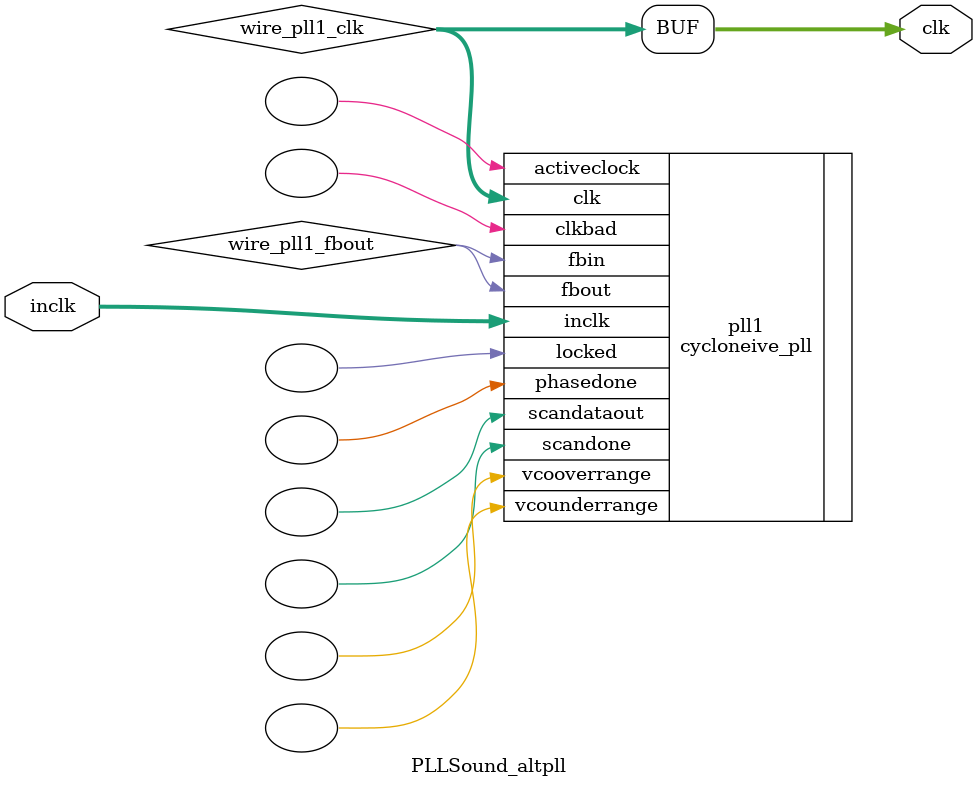
<source format=v>






//synthesis_resources = cycloneive_pll 1 
//synopsys translate_off
`timescale 1 ps / 1 ps
//synopsys translate_on
module  PLLSound_altpll
	( 
	clk,
	inclk) /* synthesis synthesis_clearbox=1 */;
	output   [4:0]  clk;
	input   [1:0]  inclk;
`ifndef ALTERA_RESERVED_QIS
// synopsys translate_off
`endif
	tri0   [1:0]  inclk;
`ifndef ALTERA_RESERVED_QIS
// synopsys translate_on
`endif

	wire  [4:0]   wire_pll1_clk;
	wire  wire_pll1_fbout;

	cycloneive_pll   pll1
	( 
	.activeclock(),
	.clk(wire_pll1_clk),
	.clkbad(),
	.fbin(wire_pll1_fbout),
	.fbout(wire_pll1_fbout),
	.inclk(inclk),
	.locked(),
	.phasedone(),
	.scandataout(),
	.scandone(),
	.vcooverrange(),
	.vcounderrange()
	`ifndef FORMAL_VERIFICATION
	// synopsys translate_off
	`endif
	,
	.areset(1'b0),
	.clkswitch(1'b0),
	.configupdate(1'b0),
	.pfdena(1'b1),
	.phasecounterselect({3{1'b0}}),
	.phasestep(1'b0),
	.phaseupdown(1'b0),
	.scanclk(1'b0),
	.scanclkena(1'b1),
	.scandata(1'b0)
	`ifndef FORMAL_VERIFICATION
	// synopsys translate_on
	`endif
	);
	defparam
		pll1.bandwidth_type = "auto",
		pll1.clk0_divide_by = 25000,
		pll1.clk0_duty_cycle = 50,
		pll1.clk0_multiply_by = 1,
		pll1.clk0_phase_shift = "0",
		pll1.compensate_clock = "clk0",
		pll1.inclk0_input_frequency = 20000,
		pll1.operation_mode = "normal",
		pll1.pll_type = "auto",
		pll1.lpm_type = "cycloneive_pll";
	assign
		clk = {wire_pll1_clk[4:0]};
endmodule //PLLSound_altpll
//VALID FILE

</source>
